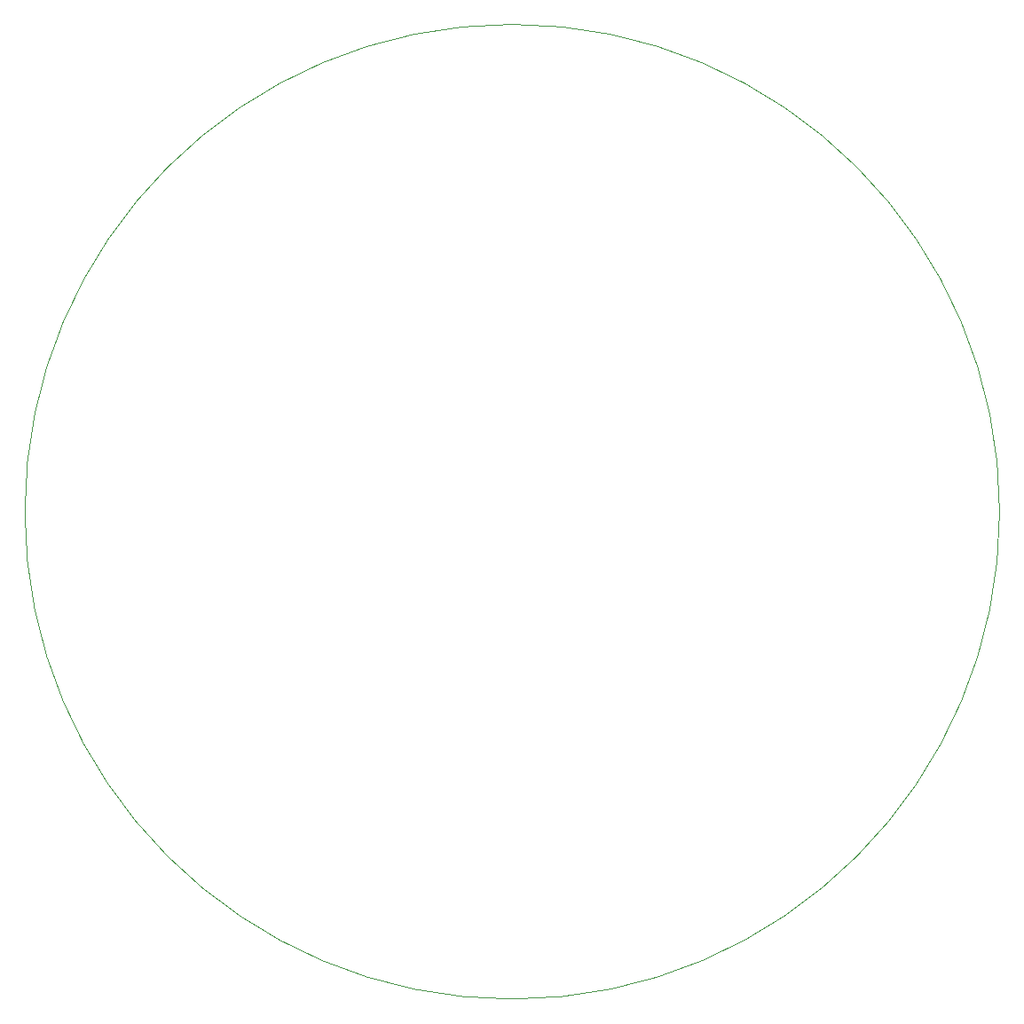
<source format=gm1>
G04*
G04 #@! TF.GenerationSoftware,Altium Limited,Altium Designer,21.7.2 (23)*
G04*
G04 Layer_Color=16711935*
%FSTAX44Y44*%
%MOMM*%
G71*
G04*
G04 #@! TF.SameCoordinates,382B67D8-D4E2-4276-A31F-CACD3676A529*
G04*
G04*
G04 #@! TF.FilePolarity,Positive*
G04*
G01*
G75*
%ADD95C,0.1000*%
D95*
X00465Y0D02*
G03*
X00465Y0I-00465J0D01*
G01*
M02*

</source>
